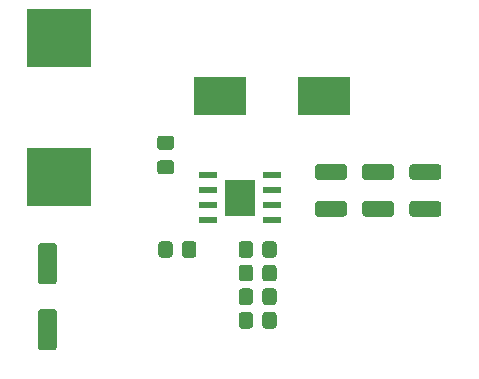
<source format=gtp>
G04 #@! TF.GenerationSoftware,KiCad,Pcbnew,(5.1.9)-1*
G04 #@! TF.CreationDate,2021-04-25T19:06:47+03:00*
G04 #@! TF.ProjectId,TPS5430_Board_Rev_1.0,54505335-3433-4305-9f42-6f6172645f52,rev?*
G04 #@! TF.SameCoordinates,Original*
G04 #@! TF.FileFunction,Paste,Top*
G04 #@! TF.FilePolarity,Positive*
%FSLAX46Y46*%
G04 Gerber Fmt 4.6, Leading zero omitted, Abs format (unit mm)*
G04 Created by KiCad (PCBNEW (5.1.9)-1) date 2021-04-25 19:06:47*
%MOMM*%
%LPD*%
G01*
G04 APERTURE LIST*
%ADD10R,1.550000X0.600000*%
%ADD11R,2.600000X3.100000*%
%ADD12R,5.400000X4.900000*%
%ADD13R,4.500000X3.300000*%
G04 APERTURE END LIST*
D10*
X94000000Y-115730000D03*
X94000000Y-117000000D03*
X94000000Y-118270000D03*
X94000000Y-119540000D03*
X88600000Y-119540000D03*
X88600000Y-118270000D03*
X88600000Y-117000000D03*
X88600000Y-115730000D03*
D11*
X91300000Y-117635000D03*
G36*
G01*
X93200000Y-128450001D02*
X93200000Y-127549999D01*
G75*
G02*
X93449999Y-127300000I249999J0D01*
G01*
X94150001Y-127300000D01*
G75*
G02*
X94400000Y-127549999I0J-249999D01*
G01*
X94400000Y-128450001D01*
G75*
G02*
X94150001Y-128700000I-249999J0D01*
G01*
X93449999Y-128700000D01*
G75*
G02*
X93200000Y-128450001I0J249999D01*
G01*
G37*
G36*
G01*
X91200000Y-128450001D02*
X91200000Y-127549999D01*
G75*
G02*
X91449999Y-127300000I249999J0D01*
G01*
X92150001Y-127300000D01*
G75*
G02*
X92400000Y-127549999I0J-249999D01*
G01*
X92400000Y-128450001D01*
G75*
G02*
X92150001Y-128700000I-249999J0D01*
G01*
X91449999Y-128700000D01*
G75*
G02*
X91200000Y-128450001I0J249999D01*
G01*
G37*
G36*
G01*
X93200000Y-126450001D02*
X93200000Y-125549999D01*
G75*
G02*
X93449999Y-125300000I249999J0D01*
G01*
X94150001Y-125300000D01*
G75*
G02*
X94400000Y-125549999I0J-249999D01*
G01*
X94400000Y-126450001D01*
G75*
G02*
X94150001Y-126700000I-249999J0D01*
G01*
X93449999Y-126700000D01*
G75*
G02*
X93200000Y-126450001I0J249999D01*
G01*
G37*
G36*
G01*
X91200000Y-126450001D02*
X91200000Y-125549999D01*
G75*
G02*
X91449999Y-125300000I249999J0D01*
G01*
X92150001Y-125300000D01*
G75*
G02*
X92400000Y-125549999I0J-249999D01*
G01*
X92400000Y-126450001D01*
G75*
G02*
X92150001Y-126700000I-249999J0D01*
G01*
X91449999Y-126700000D01*
G75*
G02*
X91200000Y-126450001I0J249999D01*
G01*
G37*
G36*
G01*
X93200000Y-124450001D02*
X93200000Y-123549999D01*
G75*
G02*
X93449999Y-123300000I249999J0D01*
G01*
X94150001Y-123300000D01*
G75*
G02*
X94400000Y-123549999I0J-249999D01*
G01*
X94400000Y-124450001D01*
G75*
G02*
X94150001Y-124700000I-249999J0D01*
G01*
X93449999Y-124700000D01*
G75*
G02*
X93200000Y-124450001I0J249999D01*
G01*
G37*
G36*
G01*
X91200000Y-124450001D02*
X91200000Y-123549999D01*
G75*
G02*
X91449999Y-123300000I249999J0D01*
G01*
X92150001Y-123300000D01*
G75*
G02*
X92400000Y-123549999I0J-249999D01*
G01*
X92400000Y-124450001D01*
G75*
G02*
X92150001Y-124700000I-249999J0D01*
G01*
X91449999Y-124700000D01*
G75*
G02*
X91200000Y-124450001I0J249999D01*
G01*
G37*
G36*
G01*
X93200000Y-122450001D02*
X93200000Y-121549999D01*
G75*
G02*
X93449999Y-121300000I249999J0D01*
G01*
X94150001Y-121300000D01*
G75*
G02*
X94400000Y-121549999I0J-249999D01*
G01*
X94400000Y-122450001D01*
G75*
G02*
X94150001Y-122700000I-249999J0D01*
G01*
X93449999Y-122700000D01*
G75*
G02*
X93200000Y-122450001I0J249999D01*
G01*
G37*
G36*
G01*
X91200000Y-122450001D02*
X91200000Y-121549999D01*
G75*
G02*
X91449999Y-121300000I249999J0D01*
G01*
X92150001Y-121300000D01*
G75*
G02*
X92400000Y-121549999I0J-249999D01*
G01*
X92400000Y-122450001D01*
G75*
G02*
X92150001Y-122700000I-249999J0D01*
G01*
X91449999Y-122700000D01*
G75*
G02*
X91200000Y-122450001I0J249999D01*
G01*
G37*
G36*
G01*
X86400000Y-122450001D02*
X86400000Y-121549999D01*
G75*
G02*
X86649999Y-121300000I249999J0D01*
G01*
X87350001Y-121300000D01*
G75*
G02*
X87600000Y-121549999I0J-249999D01*
G01*
X87600000Y-122450001D01*
G75*
G02*
X87350001Y-122700000I-249999J0D01*
G01*
X86649999Y-122700000D01*
G75*
G02*
X86400000Y-122450001I0J249999D01*
G01*
G37*
G36*
G01*
X84400000Y-122450001D02*
X84400000Y-121549999D01*
G75*
G02*
X84649999Y-121300000I249999J0D01*
G01*
X85350001Y-121300000D01*
G75*
G02*
X85600000Y-121549999I0J-249999D01*
G01*
X85600000Y-122450001D01*
G75*
G02*
X85350001Y-122700000I-249999J0D01*
G01*
X84649999Y-122700000D01*
G75*
G02*
X84400000Y-122450001I0J249999D01*
G01*
G37*
D12*
X76000000Y-115900000D03*
X76000000Y-104100000D03*
D13*
X89600000Y-109000000D03*
X98400000Y-109000000D03*
G36*
G01*
X105899997Y-117900000D02*
X108100003Y-117900000D01*
G75*
G02*
X108350000Y-118149997I0J-249997D01*
G01*
X108350000Y-118975003D01*
G75*
G02*
X108100003Y-119225000I-249997J0D01*
G01*
X105899997Y-119225000D01*
G75*
G02*
X105650000Y-118975003I0J249997D01*
G01*
X105650000Y-118149997D01*
G75*
G02*
X105899997Y-117900000I249997J0D01*
G01*
G37*
G36*
G01*
X105899997Y-114775000D02*
X108100003Y-114775000D01*
G75*
G02*
X108350000Y-115024997I0J-249997D01*
G01*
X108350000Y-115850003D01*
G75*
G02*
X108100003Y-116100000I-249997J0D01*
G01*
X105899997Y-116100000D01*
G75*
G02*
X105650000Y-115850003I0J249997D01*
G01*
X105650000Y-115024997D01*
G75*
G02*
X105899997Y-114775000I249997J0D01*
G01*
G37*
G36*
G01*
X74450000Y-127050000D02*
X75550000Y-127050000D01*
G75*
G02*
X75800000Y-127300000I0J-250000D01*
G01*
X75800000Y-130300000D01*
G75*
G02*
X75550000Y-130550000I-250000J0D01*
G01*
X74450000Y-130550000D01*
G75*
G02*
X74200000Y-130300000I0J250000D01*
G01*
X74200000Y-127300000D01*
G75*
G02*
X74450000Y-127050000I250000J0D01*
G01*
G37*
G36*
G01*
X74450000Y-121450000D02*
X75550000Y-121450000D01*
G75*
G02*
X75800000Y-121700000I0J-250000D01*
G01*
X75800000Y-124700000D01*
G75*
G02*
X75550000Y-124950000I-250000J0D01*
G01*
X74450000Y-124950000D01*
G75*
G02*
X74200000Y-124700000I0J250000D01*
G01*
X74200000Y-121700000D01*
G75*
G02*
X74450000Y-121450000I250000J0D01*
G01*
G37*
G36*
G01*
X84525000Y-114450000D02*
X85475000Y-114450000D01*
G75*
G02*
X85725000Y-114700000I0J-250000D01*
G01*
X85725000Y-115375000D01*
G75*
G02*
X85475000Y-115625000I-250000J0D01*
G01*
X84525000Y-115625000D01*
G75*
G02*
X84275000Y-115375000I0J250000D01*
G01*
X84275000Y-114700000D01*
G75*
G02*
X84525000Y-114450000I250000J0D01*
G01*
G37*
G36*
G01*
X84525000Y-112375000D02*
X85475000Y-112375000D01*
G75*
G02*
X85725000Y-112625000I0J-250000D01*
G01*
X85725000Y-113300000D01*
G75*
G02*
X85475000Y-113550000I-250000J0D01*
G01*
X84525000Y-113550000D01*
G75*
G02*
X84275000Y-113300000I0J250000D01*
G01*
X84275000Y-112625000D01*
G75*
G02*
X84525000Y-112375000I250000J0D01*
G01*
G37*
G36*
G01*
X101899997Y-117900000D02*
X104100003Y-117900000D01*
G75*
G02*
X104350000Y-118149997I0J-249997D01*
G01*
X104350000Y-118975003D01*
G75*
G02*
X104100003Y-119225000I-249997J0D01*
G01*
X101899997Y-119225000D01*
G75*
G02*
X101650000Y-118975003I0J249997D01*
G01*
X101650000Y-118149997D01*
G75*
G02*
X101899997Y-117900000I249997J0D01*
G01*
G37*
G36*
G01*
X101899997Y-114775000D02*
X104100003Y-114775000D01*
G75*
G02*
X104350000Y-115024997I0J-249997D01*
G01*
X104350000Y-115850003D01*
G75*
G02*
X104100003Y-116100000I-249997J0D01*
G01*
X101899997Y-116100000D01*
G75*
G02*
X101650000Y-115850003I0J249997D01*
G01*
X101650000Y-115024997D01*
G75*
G02*
X101899997Y-114775000I249997J0D01*
G01*
G37*
G36*
G01*
X97899997Y-117900000D02*
X100100003Y-117900000D01*
G75*
G02*
X100350000Y-118149997I0J-249997D01*
G01*
X100350000Y-118975003D01*
G75*
G02*
X100100003Y-119225000I-249997J0D01*
G01*
X97899997Y-119225000D01*
G75*
G02*
X97650000Y-118975003I0J249997D01*
G01*
X97650000Y-118149997D01*
G75*
G02*
X97899997Y-117900000I249997J0D01*
G01*
G37*
G36*
G01*
X97899997Y-114775000D02*
X100100003Y-114775000D01*
G75*
G02*
X100350000Y-115024997I0J-249997D01*
G01*
X100350000Y-115850003D01*
G75*
G02*
X100100003Y-116100000I-249997J0D01*
G01*
X97899997Y-116100000D01*
G75*
G02*
X97650000Y-115850003I0J249997D01*
G01*
X97650000Y-115024997D01*
G75*
G02*
X97899997Y-114775000I249997J0D01*
G01*
G37*
M02*

</source>
